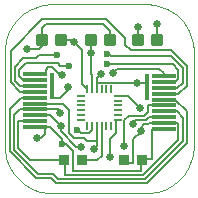
<source format=gtl>
G04 Layer_Physical_Order=1*
G04 Layer_Color=255*
%FSLAX25Y25*%
%MOIN*%
G70*
G01*
G75*
%ADD10R,0.03622X0.03819*%
G04:AMPARAMS|DCode=11|XSize=37.01mil|YSize=40.16mil|CornerRadius=3.7mil|HoleSize=0mil|Usage=FLASHONLY|Rotation=180.000|XOffset=0mil|YOffset=0mil|HoleType=Round|Shape=RoundedRectangle|*
%AMROUNDEDRECTD11*
21,1,0.03701,0.03276,0,0,180.0*
21,1,0.02961,0.04016,0,0,180.0*
1,1,0.00740,-0.01480,0.01638*
1,1,0.00740,0.01480,0.01638*
1,1,0.00740,0.01480,-0.01638*
1,1,0.00740,-0.01480,-0.01638*
%
%ADD11ROUNDEDRECTD11*%
%ADD12R,0.01181X0.09000*%
%ADD13R,0.08000X0.01181*%
G04:AMPARAMS|DCode=14|XSize=25.2mil|YSize=8.66mil|CornerRadius=1.08mil|HoleSize=0mil|Usage=FLASHONLY|Rotation=0.000|XOffset=0mil|YOffset=0mil|HoleType=Round|Shape=RoundedRectangle|*
%AMROUNDEDRECTD14*
21,1,0.02520,0.00650,0,0,0.0*
21,1,0.02303,0.00866,0,0,0.0*
1,1,0.00216,0.01152,-0.00325*
1,1,0.00216,-0.01152,-0.00325*
1,1,0.00216,-0.01152,0.00325*
1,1,0.00216,0.01152,0.00325*
%
%ADD14ROUNDEDRECTD14*%
G04:AMPARAMS|DCode=15|XSize=25.2mil|YSize=8.66mil|CornerRadius=1.08mil|HoleSize=0mil|Usage=FLASHONLY|Rotation=90.000|XOffset=0mil|YOffset=0mil|HoleType=Round|Shape=RoundedRectangle|*
%AMROUNDEDRECTD15*
21,1,0.02520,0.00650,0,0,90.0*
21,1,0.02303,0.00866,0,0,90.0*
1,1,0.00216,0.00325,0.01152*
1,1,0.00216,0.00325,-0.01152*
1,1,0.00216,-0.00325,-0.01152*
1,1,0.00216,-0.00325,0.01152*
%
%ADD15ROUNDEDRECTD15*%
%ADD16C,0.00800*%
%ADD17C,0.00050*%
%ADD18C,0.02500*%
%ADD19C,0.02362*%
D10*
X39765Y11000D02*
D03*
X45868D02*
D03*
X19789D02*
D03*
X25892D02*
D03*
D11*
X12390Y51000D02*
D03*
X18610D02*
D03*
X28890D02*
D03*
X35110D02*
D03*
X50610Y51000D02*
D03*
X44390D02*
D03*
D12*
X15600Y35816D02*
D03*
X47300Y35279D02*
D03*
D13*
X10000Y28000D02*
D03*
Y26032D02*
D03*
Y24063D02*
D03*
Y22095D02*
D03*
Y29895D02*
D03*
Y31863D02*
D03*
Y33832D02*
D03*
Y35800D02*
D03*
Y37769D02*
D03*
Y39737D02*
D03*
X53000Y33094D02*
D03*
Y35063D02*
D03*
Y37031D02*
D03*
Y39000D02*
D03*
Y31200D02*
D03*
Y29231D02*
D03*
Y27263D02*
D03*
Y25294D02*
D03*
Y23326D02*
D03*
Y21357D02*
D03*
D14*
X25417Y32437D02*
D03*
Y30862D02*
D03*
Y29287D02*
D03*
Y27713D02*
D03*
Y26138D02*
D03*
Y24563D02*
D03*
X37583D02*
D03*
Y26138D02*
D03*
Y27713D02*
D03*
Y29287D02*
D03*
Y30862D02*
D03*
Y32437D02*
D03*
D15*
X27563Y22417D02*
D03*
X29138D02*
D03*
X30713D02*
D03*
X32287D02*
D03*
X33862D02*
D03*
X35437D02*
D03*
Y34583D02*
D03*
X33862D02*
D03*
X32287D02*
D03*
X30713D02*
D03*
X29138D02*
D03*
X27563D02*
D03*
D16*
X19353Y29895D02*
X21419Y27829D01*
Y19931D02*
Y27829D01*
X18500Y26769D02*
X18962D01*
X15069Y26032D02*
X18700Y22400D01*
X10000Y29895D02*
X19353D01*
X29138Y21090D02*
Y22417D01*
X28048Y20000D02*
X29138Y21090D01*
X25500Y20000D02*
X28048D01*
X24500Y21000D02*
X25500Y20000D01*
X24000Y21000D02*
X24500D01*
X23870Y15500D02*
X25500D01*
X18700Y20670D02*
Y22400D01*
X22975Y18375D02*
X26473D01*
X21419Y19931D02*
X22975Y18375D01*
X18700Y20670D02*
X23870Y15500D01*
X19000Y16500D02*
X20486D01*
X22841Y14146D01*
X19000Y16500D02*
Y18114D01*
X15019Y22095D02*
X19000Y18114D01*
X27348Y17500D02*
X30713D01*
X26473Y18375D02*
X27348Y17500D01*
X29600Y14700D02*
X30713Y15813D01*
X32287Y12500D02*
Y22417D01*
X30787Y11000D02*
X32287Y12500D01*
X25892Y11000D02*
X30787D01*
X35000Y12000D02*
Y18000D01*
X22841Y7500D02*
X45551D01*
X19949Y6100D02*
X46131D01*
X17720Y4700D02*
X46711D01*
X17140Y3300D02*
X47291D01*
X18377Y31777D02*
X21000Y34400D01*
X15069Y26032D02*
X18700Y22400D01*
X10000Y28000D02*
X17731D01*
X39900Y24400D02*
X41250Y25750D01*
X39900Y15800D02*
Y24400D01*
X35000Y18000D02*
X37000Y20000D01*
X30713Y17500D02*
Y22417D01*
Y15813D02*
Y17500D01*
X4500Y15000D02*
Y24063D01*
X10000D01*
X47300Y35279D02*
Y36800D01*
X10000Y39737D02*
X13400D01*
X53000Y23326D02*
X57900D01*
X37583Y32437D02*
X41063D01*
X45100Y28400D01*
X46550Y25750D02*
X47800Y27000D01*
Y29231D01*
X53000D01*
X48086Y23326D02*
X53000D01*
X42817Y17967D02*
X45250Y20400D01*
X28890Y46800D02*
Y51000D01*
X10000Y26032D02*
X15069D01*
X35110Y51000D02*
Y53994D01*
X12390Y51000D02*
Y55176D01*
X37000Y24563D02*
X37583D01*
X50610Y51000D02*
Y56390D01*
X12390Y48990D02*
Y51000D01*
X15600Y31777D02*
Y35816D01*
X30713Y38313D02*
X32000Y39600D01*
X30713Y34583D02*
Y36800D01*
X48074Y25294D02*
X53000D01*
X47080Y24300D02*
X48074Y25294D01*
X43800Y24300D02*
X47080D01*
X42600Y23100D02*
X43800Y24300D01*
X45250Y20400D02*
Y20707D01*
X28890Y39703D02*
Y46800D01*
X53000Y33094D02*
X57900D01*
X53000Y27263D02*
X57263D01*
X59300Y25226D01*
X11020Y6500D02*
X15920D01*
X3000Y14520D02*
X11020Y6500D01*
X42817Y10000D02*
Y17967D01*
X45250Y20707D02*
Y21750D01*
X46400Y22900D01*
X47660D01*
X48086Y23326D01*
X41250Y25750D02*
X46550D01*
X53000Y35063D02*
X57563D01*
X60700Y35894D02*
Y42300D01*
X59300Y36800D02*
Y41720D01*
X57563Y35063D02*
X59300Y36800D01*
X57900Y33094D02*
X60700Y35894D01*
X53000Y37031D02*
X56895D01*
X57900Y38037D01*
Y41100D01*
X56000Y43000D02*
X57900Y41100D01*
X34000Y43000D02*
X56000D01*
X36000Y40000D02*
X37500Y41500D01*
X51500D01*
X53000Y40000D01*
Y39000D02*
Y40000D01*
X55419Y47581D02*
X60700Y42300D01*
X53000Y31200D02*
X56895D01*
X10440Y5100D02*
X15340D01*
X56895Y31200D02*
X60700Y27395D01*
X4500Y15000D02*
X8500Y11000D01*
X19789D01*
X19949D01*
X10000Y22095D02*
X13400D01*
X15019D01*
X49000Y21357D02*
X53000D01*
X22841Y7500D02*
Y14146D01*
X46131Y6100D02*
X57900Y17869D01*
Y23326D01*
X59300Y17289D02*
Y25226D01*
X46711Y4700D02*
X59300Y17289D01*
X15920Y6500D02*
X17720Y4700D01*
X15340Y5100D02*
X17140Y3300D01*
X47291D02*
X60700Y16709D01*
Y27395D01*
X3000Y14520D02*
Y26000D01*
X5000Y28000D01*
X10000D01*
X5363Y31863D02*
X10000D01*
X5100Y35800D02*
X10000D01*
X3400Y37500D02*
X5100Y35800D01*
X3400Y37500D02*
Y42220D01*
X6090Y44910D01*
X6105Y37769D02*
X10000D01*
X4800Y39074D02*
X6105Y37769D01*
X4800Y39074D02*
Y41200D01*
X7100Y43500D01*
X44390Y55390D02*
X44500Y55500D01*
X44390Y51000D02*
Y55390D01*
X40000Y49500D02*
Y51600D01*
Y49500D02*
X41919Y47581D01*
X55419D01*
X55260Y45760D02*
X59300Y41720D01*
X30713Y36800D02*
Y38313D01*
X25750Y36396D02*
X27563Y34583D01*
X25750Y36396D02*
Y47750D01*
X21000Y34400D02*
Y35500D01*
X29138Y34583D02*
Y39455D01*
X28890Y39703D02*
X29138Y39455D01*
X35260Y45760D02*
X55260D01*
X34520Y46500D02*
X35260Y45760D01*
X34000Y46500D02*
X34520D01*
X1600Y13940D02*
X10440Y5100D01*
X12390Y55176D02*
X13713Y56500D01*
X32604D01*
X35110Y53994D01*
X2000Y47500D02*
X12500Y58000D01*
X33600D01*
X40000Y51600D01*
X2000Y36920D02*
Y47500D01*
Y36920D02*
X5088Y33832D01*
X10000D01*
X1600Y13940D02*
Y28100D01*
X5363Y31863D01*
X30713Y36800D02*
X44000D01*
X23000Y50500D02*
X25750Y47750D01*
X18610Y51000D02*
X22500D01*
X23000Y50500D01*
X7500Y48000D02*
X11400D01*
X12390Y48990D01*
X6090Y44910D02*
X10290D01*
X17581Y43419D02*
X18500Y42500D01*
X21500D01*
X13400Y39737D02*
X13637Y39500D01*
X18279D02*
X19000D01*
X15779Y42000D02*
X18279Y39500D01*
X13637Y41137D02*
X14500Y42000D01*
X15779D01*
X7100Y43500D02*
X16350D01*
X16431Y43419D01*
X17581D01*
X10290Y44910D02*
X11330Y45950D01*
X12200Y18500D02*
X13400Y19700D01*
X10700Y18500D02*
X12200D01*
X11330Y45950D02*
X17500D01*
X13637Y39500D02*
Y41137D01*
X19949Y6100D02*
Y11000D01*
X38949Y10000D02*
X42817D01*
X15600Y31777D02*
X18377D01*
X44000Y36800D02*
X47300D01*
X17731Y28000D02*
X18962Y26769D01*
X13400Y19700D02*
Y22095D01*
X45551Y7500D02*
Y11500D01*
X49000D01*
Y21357D01*
X37000Y20000D02*
Y24563D01*
D17*
X8Y15748D02*
X39Y14759D01*
X132Y13774D01*
X287Y12797D01*
X503Y11832D01*
X779Y10882D01*
X1114Y9951D01*
X1507Y9043D01*
X1956Y8161D01*
X2459Y7310D01*
X3015Y6492D01*
X3622Y5710D01*
X4276Y4968D01*
X4976Y4268D01*
X5718Y3614D01*
X6499Y3008D01*
X7318Y2451D01*
X8169Y1948D01*
X9051Y1499D01*
X9959Y1106D01*
X10889Y771D01*
X11840Y495D01*
X12805Y279D01*
X13782Y124D01*
X14767Y31D01*
X15756Y0D01*
Y62992D02*
X14767Y62961D01*
X13782Y62868D01*
X12805Y62713D01*
X11840Y62497D01*
X10889Y62221D01*
X9959Y61886D01*
X9051Y61493D01*
X8169Y61044D01*
X7318Y60541D01*
X6499Y59984D01*
X5718Y59378D01*
X4976Y58724D01*
X4276Y58024D01*
X3622Y57282D01*
X3015Y56501D01*
X2459Y55682D01*
X1956Y54831D01*
X1507Y53949D01*
X1114Y53041D01*
X779Y52110D01*
X503Y51160D01*
X287Y50195D01*
X132Y49218D01*
X39Y48233D01*
X8Y47244D01*
X47252Y0D02*
X48241Y31D01*
X49226Y124D01*
X50203Y279D01*
X51168Y495D01*
X52118Y771D01*
X53049Y1106D01*
X53957Y1499D01*
X54839Y1948D01*
X55690Y2451D01*
X56508Y3008D01*
X57290Y3614D01*
X58032Y4268D01*
X58732Y4968D01*
X59386Y5710D01*
X59992Y6492D01*
X60549Y7310D01*
X61052Y8161D01*
X61501Y9043D01*
X61894Y9951D01*
X62229Y10882D01*
X62505Y11832D01*
X62721Y12797D01*
X62876Y13774D01*
X62969Y14759D01*
X63000Y15748D01*
Y47244D02*
X62969Y48233D01*
X62876Y49218D01*
X62721Y50195D01*
X62505Y51161D01*
X62229Y52110D01*
X61894Y53041D01*
X61501Y53949D01*
X61052Y54831D01*
X60549Y55682D01*
X59992Y56501D01*
X59386Y57282D01*
X58732Y58024D01*
X58032Y58724D01*
X57290Y59378D01*
X56508Y59984D01*
X55690Y60541D01*
X54839Y61044D01*
X53957Y61493D01*
X53049Y61886D01*
X52118Y62221D01*
X51168Y62497D01*
X50203Y62713D01*
X49226Y62868D01*
X48241Y62961D01*
X47252Y62992D01*
X63000Y47244D02*
X62969Y48233D01*
X62876Y49218D01*
X62721Y50195D01*
X62505Y51161D01*
X62229Y52110D01*
X61894Y53041D01*
X61501Y53949D01*
X61052Y54831D01*
X60549Y55682D01*
X59992Y56501D01*
X59386Y57282D01*
X58732Y58024D01*
X58032Y58724D01*
X57290Y59378D01*
X56508Y59984D01*
X55690Y60541D01*
X54839Y61044D01*
X53957Y61493D01*
X53049Y61886D01*
X52118Y62221D01*
X51168Y62497D01*
X50203Y62713D01*
X49226Y62868D01*
X48241Y62961D01*
X47252Y62992D01*
X47252Y0D02*
X48241Y31D01*
X49226Y124D01*
X50203Y279D01*
X51168Y495D01*
X52118Y771D01*
X53049Y1106D01*
X53957Y1499D01*
X54839Y1948D01*
X55690Y2451D01*
X56508Y3008D01*
X57290Y3614D01*
X58032Y4268D01*
X58732Y4968D01*
X59386Y5710D01*
X59992Y6492D01*
X60549Y7310D01*
X61052Y8161D01*
X61501Y9043D01*
X61894Y9951D01*
X62229Y10882D01*
X62505Y11832D01*
X62721Y12797D01*
X62876Y13774D01*
X62969Y14759D01*
X63000Y15748D01*
X15756Y62992D02*
X14767Y62961D01*
X13782Y62868D01*
X12805Y62713D01*
X11840Y62497D01*
X10889Y62221D01*
X9959Y61886D01*
X9051Y61493D01*
X8169Y61044D01*
X7318Y60541D01*
X6499Y59984D01*
X5718Y59378D01*
X4976Y58724D01*
X4276Y58024D01*
X3622Y57282D01*
X3015Y56501D01*
X2459Y55682D01*
X1956Y54831D01*
X1507Y53949D01*
X1114Y53041D01*
X779Y52110D01*
X503Y51160D01*
X287Y50195D01*
X132Y49218D01*
X39Y48233D01*
X8Y47244D01*
Y15748D02*
X39Y14759D01*
X132Y13774D01*
X287Y12797D01*
X503Y11832D01*
X779Y10882D01*
X1114Y9951D01*
X1507Y9043D01*
X1956Y8161D01*
X2459Y7310D01*
X3015Y6492D01*
X3622Y5710D01*
X4276Y4968D01*
X4976Y4268D01*
X5718Y3614D01*
X6499Y3008D01*
X7318Y2451D01*
X8169Y1948D01*
X9051Y1499D01*
X9959Y1106D01*
X10889Y771D01*
X11840Y495D01*
X12805Y279D01*
X13782Y124D01*
X14767Y31D01*
X15756Y0D01*
X63000Y15748D02*
Y47244D01*
X15756Y62992D02*
X47252D01*
X8Y15748D02*
Y47244D01*
X15756Y0D02*
X47252D01*
X15756D02*
X47252D01*
X8Y15748D02*
Y47244D01*
X15756Y62992D02*
X47252D01*
X63000Y15748D02*
Y47244D01*
D18*
X18500Y26769D02*
D03*
X25500Y15500D02*
D03*
X18700Y22400D02*
D03*
X29600Y14700D02*
D03*
X35000Y12000D02*
D03*
X45100Y28400D02*
D03*
X45250Y20707D02*
D03*
X39900Y15800D02*
D03*
X28890Y46800D02*
D03*
X50610Y56390D02*
D03*
X32000Y39600D02*
D03*
X42600Y23100D02*
D03*
X36000Y40000D02*
D03*
X7500Y48000D02*
D03*
X44500Y55500D02*
D03*
X21000Y35500D02*
D03*
X44000Y36800D02*
D03*
X23000Y50500D02*
D03*
X19000Y39500D02*
D03*
X10700Y18500D02*
D03*
D19*
X24000Y21000D02*
D03*
X19000Y16500D02*
D03*
X17500Y46000D02*
D03*
X34000Y46500D02*
D03*
Y43000D02*
D03*
X21500Y42500D02*
D03*
M02*

</source>
